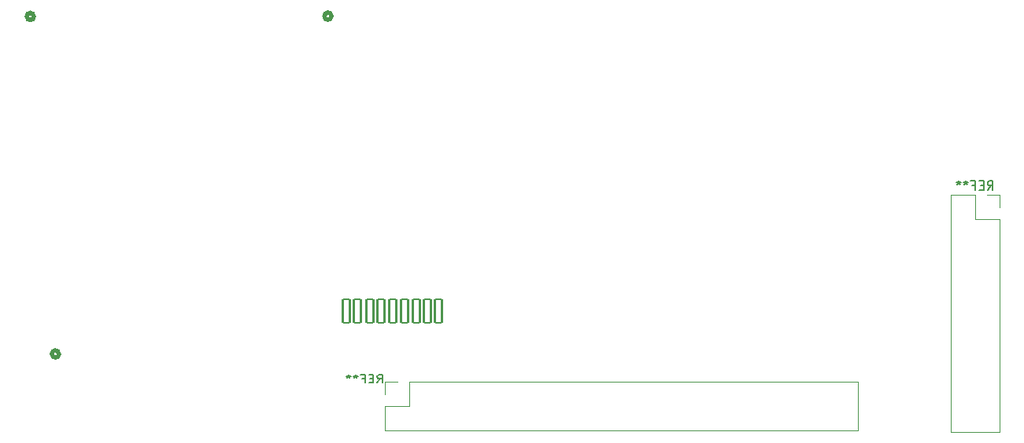
<source format=gbo>
%TF.GenerationSoftware,KiCad,Pcbnew,8.0.8*%
%TF.CreationDate,2025-02-15T01:08:23-07:00*%
%TF.ProjectId,ECE Capstone PCB Design,45434520-4361-4707-9374-6f6e65205043,rev?*%
%TF.SameCoordinates,Original*%
%TF.FileFunction,Legend,Bot*%
%TF.FilePolarity,Positive*%
%FSLAX46Y46*%
G04 Gerber Fmt 4.6, Leading zero omitted, Abs format (unit mm)*
G04 Created by KiCad (PCBNEW 8.0.8) date 2025-02-15 01:08:23*
%MOMM*%
%LPD*%
G01*
G04 APERTURE LIST*
G04 Aperture macros list*
%AMRoundRect*
0 Rectangle with rounded corners*
0 $1 Rounding radius*
0 $2 $3 $4 $5 $6 $7 $8 $9 X,Y pos of 4 corners*
0 Add a 4 corners polygon primitive as box body*
4,1,4,$2,$3,$4,$5,$6,$7,$8,$9,$2,$3,0*
0 Add four circle primitives for the rounded corners*
1,1,$1+$1,$2,$3*
1,1,$1+$1,$4,$5*
1,1,$1+$1,$6,$7*
1,1,$1+$1,$8,$9*
0 Add four rect primitives between the rounded corners*
20,1,$1+$1,$2,$3,$4,$5,0*
20,1,$1+$1,$4,$5,$6,$7,0*
20,1,$1+$1,$6,$7,$8,$9,0*
20,1,$1+$1,$8,$9,$2,$3,0*%
G04 Aperture macros list end*
%ADD10C,0.150000*%
%ADD11C,0.508000*%
%ADD12C,0.120000*%
%ADD13C,5.400000*%
%ADD14C,1.854200*%
%ADD15C,1.752600*%
%ADD16R,1.700000X1.700000*%
%ADD17O,1.700000X1.700000*%
%ADD18R,0.850000X0.850000*%
%ADD19O,0.850000X0.850000*%
%ADD20RoundRect,0.102000X-0.375000X-1.250000X0.375000X-1.250000X0.375000X1.250000X-0.375000X1.250000X0*%
G04 APERTURE END LIST*
D10*
X167623333Y-107932295D02*
X167956666Y-107551342D01*
X168194761Y-107932295D02*
X168194761Y-107132295D01*
X168194761Y-107132295D02*
X167813809Y-107132295D01*
X167813809Y-107132295D02*
X167718571Y-107170390D01*
X167718571Y-107170390D02*
X167670952Y-107208485D01*
X167670952Y-107208485D02*
X167623333Y-107284676D01*
X167623333Y-107284676D02*
X167623333Y-107398961D01*
X167623333Y-107398961D02*
X167670952Y-107475152D01*
X167670952Y-107475152D02*
X167718571Y-107513247D01*
X167718571Y-107513247D02*
X167813809Y-107551342D01*
X167813809Y-107551342D02*
X168194761Y-107551342D01*
X167194761Y-107513247D02*
X166861428Y-107513247D01*
X166718571Y-107932295D02*
X167194761Y-107932295D01*
X167194761Y-107932295D02*
X167194761Y-107132295D01*
X167194761Y-107132295D02*
X166718571Y-107132295D01*
X165956666Y-107513247D02*
X166289999Y-107513247D01*
X166289999Y-107932295D02*
X166289999Y-107132295D01*
X166289999Y-107132295D02*
X165813809Y-107132295D01*
X165289999Y-107132295D02*
X165289999Y-107322771D01*
X165528094Y-107246580D02*
X165289999Y-107322771D01*
X165289999Y-107322771D02*
X165051904Y-107246580D01*
X165432856Y-107475152D02*
X165289999Y-107322771D01*
X165289999Y-107322771D02*
X165147142Y-107475152D01*
X164528094Y-107132295D02*
X164528094Y-107322771D01*
X164766189Y-107246580D02*
X164528094Y-107322771D01*
X164528094Y-107322771D02*
X164289999Y-107246580D01*
X164670951Y-107475152D02*
X164528094Y-107322771D01*
X164528094Y-107322771D02*
X164385237Y-107475152D01*
X233263459Y-87214819D02*
X233596792Y-86738628D01*
X233834887Y-87214819D02*
X233834887Y-86214819D01*
X233834887Y-86214819D02*
X233453935Y-86214819D01*
X233453935Y-86214819D02*
X233358697Y-86262438D01*
X233358697Y-86262438D02*
X233311078Y-86310057D01*
X233311078Y-86310057D02*
X233263459Y-86405295D01*
X233263459Y-86405295D02*
X233263459Y-86548152D01*
X233263459Y-86548152D02*
X233311078Y-86643390D01*
X233311078Y-86643390D02*
X233358697Y-86691009D01*
X233358697Y-86691009D02*
X233453935Y-86738628D01*
X233453935Y-86738628D02*
X233834887Y-86738628D01*
X232834887Y-86691009D02*
X232501554Y-86691009D01*
X232358697Y-87214819D02*
X232834887Y-87214819D01*
X232834887Y-87214819D02*
X232834887Y-86214819D01*
X232834887Y-86214819D02*
X232358697Y-86214819D01*
X231596792Y-86691009D02*
X231930125Y-86691009D01*
X231930125Y-87214819D02*
X231930125Y-86214819D01*
X231930125Y-86214819D02*
X231453935Y-86214819D01*
X230930125Y-86214819D02*
X230930125Y-86452914D01*
X231168220Y-86357676D02*
X230930125Y-86452914D01*
X230930125Y-86452914D02*
X230692030Y-86357676D01*
X231072982Y-86643390D02*
X230930125Y-86452914D01*
X230930125Y-86452914D02*
X230787268Y-86643390D01*
X230168220Y-86214819D02*
X230168220Y-86452914D01*
X230406315Y-86357676D02*
X230168220Y-86452914D01*
X230168220Y-86452914D02*
X229930125Y-86357676D01*
X230311077Y-86643390D02*
X230168220Y-86452914D01*
X230168220Y-86452914D02*
X230025363Y-86643390D01*
D11*
%TO.C,J2*%
X133381000Y-104880300D02*
G75*
G02*
X132619000Y-104880300I-381000J0D01*
G01*
X132619000Y-104880300D02*
G75*
G02*
X133381000Y-104880300I381000J0D01*
G01*
%TO.C,J3*%
X162694755Y-68463100D02*
G75*
G02*
X161932755Y-68463100I-381000J0D01*
G01*
X161932755Y-68463100D02*
G75*
G02*
X162694755Y-68463100I381000J0D01*
G01*
%TO.C,J1*%
X130681000Y-68500000D02*
G75*
G02*
X129919000Y-68500000I-381000J0D01*
G01*
X129919000Y-68500000D02*
G75*
G02*
X130681000Y-68500000I381000J0D01*
G01*
D12*
%TO.C,REF\u002A\u002A*%
X219365026Y-113095000D02*
X168445026Y-113095000D01*
X168445026Y-113095000D02*
X168445026Y-110495000D01*
X168445026Y-109225000D02*
X168445026Y-107895000D01*
X168445026Y-107895000D02*
X169775026Y-107895000D01*
X168445026Y-110495000D02*
X171045026Y-110495000D01*
X171045026Y-110495000D02*
X171045026Y-107895000D01*
X219365026Y-107895000D02*
X171045026Y-107895000D01*
X219365026Y-113095000D02*
X219365026Y-107895000D01*
X229330126Y-113280000D02*
X229330126Y-87760000D01*
X231930126Y-87760000D02*
X231930126Y-90360000D01*
X229330126Y-87760000D02*
X231930126Y-87760000D01*
X229330126Y-113280000D02*
X234530126Y-113280000D01*
X231930126Y-90360000D02*
X234530126Y-90360000D01*
X234530126Y-113280000D02*
X234530126Y-90360000D01*
X234530126Y-87760000D02*
X234530126Y-89090000D01*
X233200126Y-87760000D02*
X234530126Y-87760000D01*
%TD*%
%LPC*%
D13*
%TO.C,*%
X164950000Y-110450000D03*
%TD*%
%TO.C,*%
X222975000Y-87450000D03*
%TD*%
%TO.C,*%
X222950000Y-110450000D03*
%TD*%
D14*
%TO.C,J2*%
X125819999Y-92400000D03*
X125819999Y-102400000D03*
D15*
X133000000Y-102400000D03*
X133000000Y-99900000D03*
X133000000Y-97400000D03*
X133000000Y-94900000D03*
X133000000Y-92400000D03*
%TD*%
D16*
%TO.C,REF\u002A\u002A*%
X154000000Y-88640000D03*
D17*
X156540000Y-88640000D03*
X154000000Y-91180000D03*
X156540000Y-91180000D03*
X154000000Y-93720000D03*
X156540000Y-93720000D03*
X154000000Y-96260000D03*
X156540000Y-96260000D03*
X154000000Y-98800000D03*
X156540000Y-98800000D03*
X154000000Y-101340000D03*
X156540000Y-101340000D03*
X154000000Y-103880000D03*
X156540000Y-103880000D03*
X154000000Y-106420000D03*
X156540000Y-106420000D03*
X154000000Y-108960000D03*
X156540000Y-108960000D03*
X154000000Y-111500000D03*
X156540000Y-111500000D03*
%TD*%
D16*
%TO.C,REF\u002A\u002A*%
X124500000Y-83775000D03*
D17*
X124500000Y-81235000D03*
X124500000Y-78695000D03*
%TD*%
D13*
%TO.C,REF\u002A\u002A*%
X126100000Y-50600000D03*
%TD*%
D14*
%TO.C,J1*%
X125819999Y-58500000D03*
X125819999Y-68500000D03*
D15*
X133000000Y-68500000D03*
X133000000Y-66000000D03*
X133000000Y-63500000D03*
X133000000Y-61000000D03*
X133000000Y-58500000D03*
%TD*%
D17*
%TO.C,REF\u002A\u002A*%
X218035026Y-111765000D03*
X218035026Y-109225000D03*
X215495026Y-111765000D03*
X215495026Y-109225000D03*
X212955026Y-111765000D03*
X212955026Y-109225000D03*
X210415026Y-111765000D03*
X210415026Y-109225000D03*
X207875026Y-111765000D03*
X207875026Y-109225000D03*
X205335026Y-111765000D03*
X205335026Y-109225000D03*
X202795026Y-111765000D03*
X202795026Y-109225000D03*
X200255026Y-111765000D03*
X200255026Y-109225000D03*
X197715026Y-111765000D03*
X197715026Y-109225000D03*
X195175026Y-111765000D03*
X195175026Y-109225000D03*
X192635026Y-111765000D03*
X192635026Y-109225000D03*
X190095026Y-111765000D03*
X190095026Y-109225000D03*
X187555026Y-111765000D03*
X187555026Y-109225000D03*
X185015026Y-111765000D03*
X185015026Y-109225000D03*
X182475026Y-111765000D03*
X182475026Y-109225000D03*
X179935026Y-111765000D03*
X179935026Y-109225000D03*
X177395026Y-111765000D03*
X177395026Y-109225000D03*
X174855026Y-111765000D03*
X174855026Y-109225000D03*
X172315026Y-111765000D03*
X172315026Y-109225000D03*
X169775026Y-111765000D03*
D16*
X169775026Y-109225000D03*
%TD*%
D13*
%TO.C,REF\u002A\u002A*%
X234000000Y-50500000D03*
%TD*%
%TO.C,*%
X213400000Y-50600000D03*
%TD*%
D17*
%TO.C,REF\u002A\u002A*%
X230660126Y-111950000D03*
X233200126Y-111950000D03*
X230660126Y-109410000D03*
X233200126Y-109410000D03*
X230660126Y-106870000D03*
X233200126Y-106870000D03*
X230660126Y-104330000D03*
X233200126Y-104330000D03*
X230660126Y-101790000D03*
X233200126Y-101790000D03*
X230660126Y-99250000D03*
X233200126Y-99250000D03*
X230660126Y-96710000D03*
X233200126Y-96710000D03*
X230660126Y-94170000D03*
X233200126Y-94170000D03*
X230660126Y-91630000D03*
X233200126Y-91630000D03*
X230660126Y-89090000D03*
D16*
X233200126Y-89090000D03*
%TD*%
D13*
%TO.C,REF\u002A\u002A*%
X126000000Y-110500000D03*
%TD*%
D18*
%TO.C,REF\u002A\u002A*%
X217800000Y-62500000D03*
D19*
X216800000Y-62500000D03*
X215800000Y-62500000D03*
X214800000Y-62500000D03*
X213800000Y-62500000D03*
%TD*%
%TO.C,REF\u002A\u002A*%
X213800000Y-65500000D03*
X212800000Y-65500000D03*
X211800000Y-65500000D03*
X210800000Y-65500000D03*
D18*
X209800000Y-65500000D03*
%TD*%
D20*
%TO.C,REF\u002A\u002A*%
X174220000Y-100270000D03*
X173020000Y-100270000D03*
X171820000Y-100270000D03*
X170520000Y-100270000D03*
X169320000Y-100270000D03*
X168020000Y-100270000D03*
X166820000Y-100270000D03*
X165520000Y-100270000D03*
X164320000Y-100270000D03*
%TD*%
D13*
%TO.C,*%
X169140000Y-79480000D03*
%TD*%
D19*
%TO.C,REF\u002A\u002A*%
X169540000Y-94380000D03*
X168540000Y-94380000D03*
X167540000Y-94380000D03*
X166540000Y-94380000D03*
D18*
X165540000Y-94380000D03*
%TD*%
D19*
%TO.C,REF\u002A\u002A*%
X169540000Y-91380000D03*
X170540000Y-91380000D03*
X171540000Y-91380000D03*
X172540000Y-91380000D03*
D18*
X173540000Y-91380000D03*
%TD*%
%LPD*%
M02*

</source>
